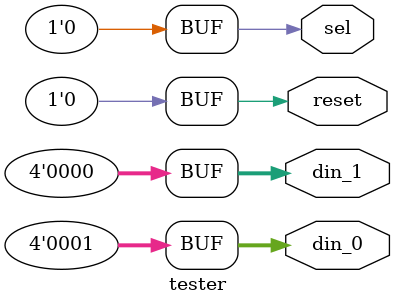
<source format=v>
module tester(
output reg sel,
output reg reset,
output reg [3:0] din_0,
output reg [3:0] din_1);


initial
  begin
    din_0 <= 4'b1010;
    din_1 <= 4'b0110;
    reset = 1;

  $display("Prueba 1, Sel = 0");
      reset = 0;
      sel<=0;
      #40;

  $display("Prueba 2, Sel = 1");
      sel<=1;
      #40;

  $display("Prueba 3, Sel = 1");
      din_1 <= 0;
      #40;

  $display("Prueba 4, Sel = 0");
      din_0 <=1;
      sel<=0;
      #40;

  end
endmodule

</source>
